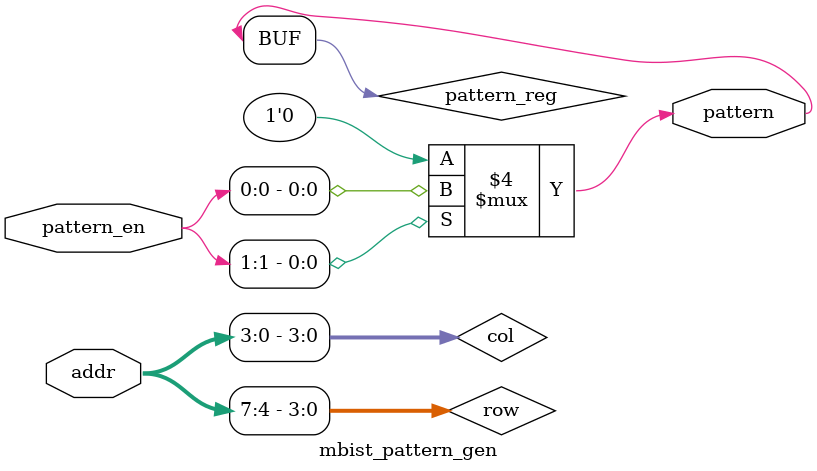
<source format=v>
`timescale 1ns / 1ps


module mbist_pattern_gen #(
    parameter ADDR = 8                                      // width of {row addr, col addr}
) (
    pattern_en,
    addr,
    pattern
    );
    
    localparam ROW_ADDR         = ADDR / 2;                 // row address
    localparam COL_ADDR         = ADDR / 2;                 // column address
    
    input   [1:0]                   pattern_en;             // enable generate 1-bit pattern for cell
    input   [ADDR-1:0]              addr;                   // address {row addr, col addr}
    output                          pattern;                // pattern generated
    
    
    wire    [ROW_ADDR-1:0]          row;                    // row address
    wire    [COL_ADDR-1:0]          col;                    // col address
    reg                             pattern_reg;
    
    assign row = addr[ADDR-1:ROW_ADDR];
    assign col = addr[COL_ADDR-1:0];

`ifdef CHECKERBOARD
    always @(*) begin
        if (pattern_en[1] == 1) begin
            if (row[0] == 0) begin
                pattern_reg = col[0] ^ pattern_en;
            end
            else begin
                pattern_reg = ~col[0] ^ pattern_en;
            end   
        end 
        else    pattern_reg = 0;
    end
//`elsif MARCH_C_SUB
`else
    always @(*) begin
        if (pattern_en[1] == 1) begin
                pattern_reg = pattern_en[0];            
        end
        else    pattern_reg = 0;
    end
`endif    
    
    assign pattern = pattern_reg;
    
    
endmodule

</source>
